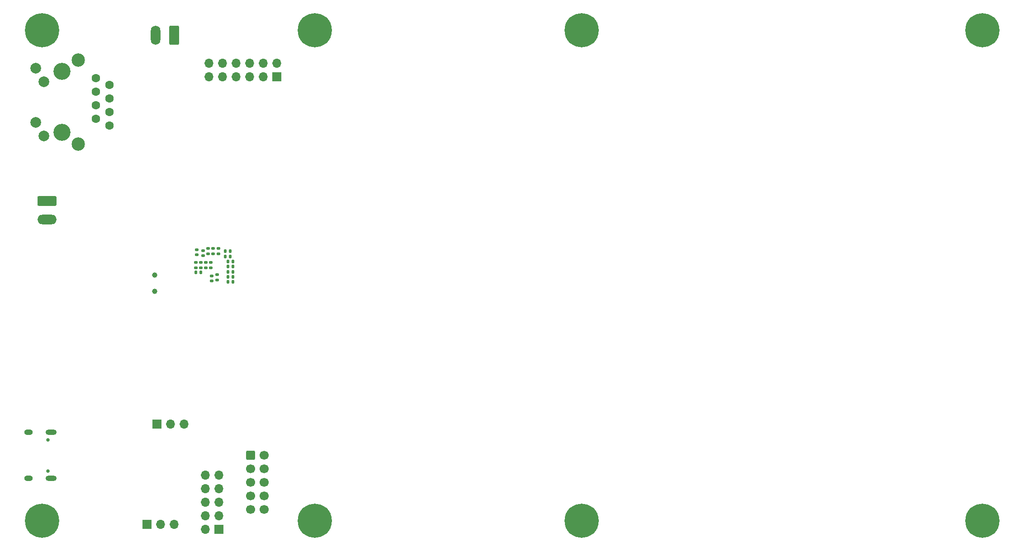
<source format=gbs>
G04 #@! TF.GenerationSoftware,KiCad,Pcbnew,8.0.5*
G04 #@! TF.CreationDate,2024-09-25T12:15:36+03:00*
G04 #@! TF.ProjectId,rioctrl-controller,72696f63-7472-46c2-9d63-6f6e74726f6c,rev?*
G04 #@! TF.SameCoordinates,Original*
G04 #@! TF.FileFunction,Soldermask,Bot*
G04 #@! TF.FilePolarity,Negative*
%FSLAX46Y46*%
G04 Gerber Fmt 4.6, Leading zero omitted, Abs format (unit mm)*
G04 Created by KiCad (PCBNEW 8.0.5) date 2024-09-25 12:15:36*
%MOMM*%
%LPD*%
G01*
G04 APERTURE LIST*
G04 Aperture macros list*
%AMRoundRect*
0 Rectangle with rounded corners*
0 $1 Rounding radius*
0 $2 $3 $4 $5 $6 $7 $8 $9 X,Y pos of 4 corners*
0 Add a 4 corners polygon primitive as box body*
4,1,4,$2,$3,$4,$5,$6,$7,$8,$9,$2,$3,0*
0 Add four circle primitives for the rounded corners*
1,1,$1+$1,$2,$3*
1,1,$1+$1,$4,$5*
1,1,$1+$1,$6,$7*
1,1,$1+$1,$8,$9*
0 Add four rect primitives between the rounded corners*
20,1,$1+$1,$2,$3,$4,$5,0*
20,1,$1+$1,$4,$5,$6,$7,0*
20,1,$1+$1,$6,$7,$8,$9,0*
20,1,$1+$1,$8,$9,$2,$3,0*%
G04 Aperture macros list end*
%ADD10C,0.800000*%
%ADD11C,6.400000*%
%ADD12R,1.700000X1.700000*%
%ADD13O,1.700000X1.700000*%
%ADD14RoundRect,0.250000X-0.600000X-0.600000X0.600000X-0.600000X0.600000X0.600000X-0.600000X0.600000X0*%
%ADD15C,1.700000*%
%ADD16C,0.650000*%
%ADD17O,2.100000X1.000000*%
%ADD18O,1.600000X1.000000*%
%ADD19C,3.200000*%
%ADD20C,1.600000*%
%ADD21C,2.500000*%
%ADD22C,2.000000*%
%ADD23RoundRect,0.250000X0.650000X1.550000X-0.650000X1.550000X-0.650000X-1.550000X0.650000X-1.550000X0*%
%ADD24O,1.800000X3.600000*%
%ADD25RoundRect,0.250000X-1.550000X0.650000X-1.550000X-0.650000X1.550000X-0.650000X1.550000X0.650000X0*%
%ADD26O,3.600000X1.800000*%
%ADD27RoundRect,0.140000X-0.140000X-0.170000X0.140000X-0.170000X0.140000X0.170000X-0.140000X0.170000X0*%
%ADD28RoundRect,0.140000X0.170000X-0.140000X0.170000X0.140000X-0.170000X0.140000X-0.170000X-0.140000X0*%
%ADD29RoundRect,0.140000X-0.170000X0.140000X-0.170000X-0.140000X0.170000X-0.140000X0.170000X0.140000X0*%
%ADD30RoundRect,0.140000X0.140000X0.170000X-0.140000X0.170000X-0.140000X-0.170000X0.140000X-0.170000X0*%
%ADD31C,1.000000*%
G04 APERTURE END LIST*
D10*
G04 #@! TO.C,H7*
X163000000Y-137400000D03*
X161302944Y-136697056D03*
X164697056Y-136697056D03*
X160600000Y-135000000D03*
D11*
X163000000Y-135000000D03*
D10*
X165400000Y-135000000D03*
X161302944Y-133302944D03*
X164697056Y-133302944D03*
X163000000Y-132600000D03*
G04 #@! TD*
D12*
G04 #@! TO.C,J2*
X83425000Y-116900000D03*
D13*
X85965000Y-116900000D03*
X88505000Y-116900000D03*
G04 #@! TD*
D12*
G04 #@! TO.C,J4*
X95025000Y-136575000D03*
D13*
X92485000Y-136575000D03*
X95025000Y-134035000D03*
X92485000Y-134035000D03*
X95025000Y-131495000D03*
X92485000Y-131495000D03*
X95025000Y-128955000D03*
X92485000Y-128955000D03*
X95025000Y-126415000D03*
X92485000Y-126415000D03*
G04 #@! TD*
D14*
G04 #@! TO.C,J8*
X100997500Y-122670000D03*
D15*
X103537500Y-122670000D03*
X100997500Y-125210000D03*
X103537500Y-125210000D03*
X100997500Y-127750000D03*
X103537500Y-127750000D03*
X100997500Y-130290000D03*
X103537500Y-130290000D03*
X100997500Y-132830000D03*
X103537500Y-132830000D03*
G04 #@! TD*
D16*
G04 #@! TO.C,J3*
X63100000Y-119860000D03*
X63100000Y-125640000D03*
D17*
X63630000Y-118430000D03*
D18*
X59450000Y-118430000D03*
D17*
X63630000Y-127070000D03*
D18*
X59450000Y-127070000D03*
G04 #@! TD*
D10*
G04 #@! TO.C,H3*
X62000000Y-45400000D03*
X60302944Y-44697056D03*
X63697056Y-44697056D03*
X59600000Y-43000000D03*
D11*
X62000000Y-43000000D03*
D10*
X64400000Y-43000000D03*
X60302944Y-41302944D03*
X63697056Y-41302944D03*
X62000000Y-40600000D03*
G04 #@! TD*
D19*
G04 #@! TO.C,J6*
X65696000Y-62215000D03*
X65696000Y-50785000D03*
D20*
X72046000Y-52055000D03*
X74586000Y-53325000D03*
X72046000Y-54595000D03*
X74586000Y-55865000D03*
X72046000Y-57135000D03*
X74586000Y-58405000D03*
X72046000Y-59675000D03*
D21*
X68744000Y-64374000D03*
D20*
X74586000Y-60945000D03*
D21*
X68744000Y-48626000D03*
D22*
X60793799Y-50175400D03*
X62317799Y-52715400D03*
X60793799Y-60284601D03*
X62317799Y-62824601D03*
G04 #@! TD*
D10*
G04 #@! TO.C,H6*
X238000000Y-45400000D03*
X236302944Y-44697056D03*
X239697056Y-44697056D03*
X235600000Y-43000000D03*
D11*
X238000000Y-43000000D03*
D10*
X240400000Y-43000000D03*
X236302944Y-41302944D03*
X239697056Y-41302944D03*
X238000000Y-40600000D03*
G04 #@! TD*
G04 #@! TO.C,H2*
X113000000Y-137400000D03*
X111302944Y-136697056D03*
X114697056Y-136697056D03*
X110600000Y-135000000D03*
D11*
X113000000Y-135000000D03*
D10*
X115400000Y-135000000D03*
X111302944Y-133302944D03*
X114697056Y-133302944D03*
X113000000Y-132600000D03*
G04 #@! TD*
G04 #@! TO.C,H5*
X238000000Y-137400000D03*
X236302944Y-136697056D03*
X239697056Y-136697056D03*
X235600000Y-135000000D03*
D11*
X238000000Y-135000000D03*
D10*
X240400000Y-135000000D03*
X236302944Y-133302944D03*
X239697056Y-133302944D03*
X238000000Y-132600000D03*
G04 #@! TD*
G04 #@! TO.C,H8*
X163000000Y-45400000D03*
X161302944Y-44697056D03*
X164697056Y-44697056D03*
X160600000Y-43000000D03*
D11*
X163000000Y-43000000D03*
D10*
X165400000Y-43000000D03*
X161302944Y-41302944D03*
X164697056Y-41302944D03*
X163000000Y-40600000D03*
G04 #@! TD*
D12*
G04 #@! TO.C,J10*
X105910000Y-51790000D03*
D13*
X105910000Y-49250000D03*
X103370000Y-51790000D03*
X103370000Y-49250000D03*
X100830000Y-51790000D03*
X100830000Y-49250000D03*
X98290000Y-51790000D03*
X98290000Y-49250000D03*
X95750000Y-51790000D03*
X95750000Y-49250000D03*
X93210000Y-51790000D03*
X93210000Y-49250000D03*
G04 #@! TD*
D10*
G04 #@! TO.C,H1*
X62000000Y-137400000D03*
X60302944Y-136697056D03*
X63697056Y-136697056D03*
X59600000Y-135000000D03*
D11*
X62000000Y-135000000D03*
D10*
X64400000Y-135000000D03*
X60302944Y-133302944D03*
X63697056Y-133302944D03*
X62000000Y-132600000D03*
G04 #@! TD*
G04 #@! TO.C,H4*
X113000000Y-45400000D03*
X111302944Y-44697056D03*
X114697056Y-44697056D03*
X110600000Y-43000000D03*
D11*
X113000000Y-43000000D03*
D10*
X115400000Y-43000000D03*
X111302944Y-41302944D03*
X114697056Y-41302944D03*
X113000000Y-40600000D03*
G04 #@! TD*
D23*
G04 #@! TO.C,J7*
X86695000Y-43932500D03*
D24*
X83195000Y-43932500D03*
G04 #@! TD*
D12*
G04 #@! TO.C,J5*
X81620000Y-135700000D03*
D13*
X84160000Y-135700000D03*
X86700000Y-135700000D03*
G04 #@! TD*
D25*
G04 #@! TO.C,J1*
X62932500Y-75055000D03*
D26*
X62932500Y-78555000D03*
G04 #@! TD*
D27*
G04 #@! TO.C,C63*
X96750000Y-86400000D03*
X97710000Y-86400000D03*
G04 #@! TD*
D28*
G04 #@! TO.C,C47*
X92100000Y-85280000D03*
X92100000Y-84320000D03*
G04 #@! TD*
G04 #@! TO.C,C59*
X94000000Y-84910000D03*
X94000000Y-83950000D03*
G04 #@! TD*
D29*
G04 #@! TO.C,C56*
X92650000Y-86600000D03*
X92650000Y-87560000D03*
G04 #@! TD*
D27*
G04 #@! TO.C,C60*
X96750000Y-87350000D03*
X97710000Y-87350000D03*
G04 #@! TD*
D30*
G04 #@! TO.C,C51*
X91680000Y-88450000D03*
X90720000Y-88450000D03*
G04 #@! TD*
D29*
G04 #@! TO.C,C57*
X91700000Y-86600000D03*
X91700000Y-87560000D03*
G04 #@! TD*
G04 #@! TO.C,C49*
X94700000Y-88870000D03*
X94700000Y-89830000D03*
G04 #@! TD*
D27*
G04 #@! TO.C,C64*
X96750000Y-89250000D03*
X97710000Y-89250000D03*
G04 #@! TD*
G04 #@! TO.C,C65*
X96750000Y-90200000D03*
X97710000Y-90200000D03*
G04 #@! TD*
D28*
G04 #@! TO.C,C58*
X93050000Y-84910000D03*
X93050000Y-83950000D03*
G04 #@! TD*
D31*
G04 #@! TO.C,TP11*
X83000000Y-92000000D03*
G04 #@! TD*
G04 #@! TO.C,TP10*
X83000000Y-88950000D03*
G04 #@! TD*
D29*
G04 #@! TO.C,C67*
X90750000Y-86590000D03*
X90750000Y-87550000D03*
G04 #@! TD*
D28*
G04 #@! TO.C,C48*
X94950000Y-84910000D03*
X94950000Y-83950000D03*
G04 #@! TD*
D27*
G04 #@! TO.C,C61*
X96740000Y-88300000D03*
X97700000Y-88300000D03*
G04 #@! TD*
D29*
G04 #@! TO.C,C50*
X93750000Y-89070000D03*
X93750000Y-90030000D03*
G04 #@! TD*
D27*
G04 #@! TO.C,C52*
X96250000Y-85450000D03*
X97210000Y-85450000D03*
G04 #@! TD*
D29*
G04 #@! TO.C,C66*
X93580000Y-86590000D03*
X93580000Y-87550000D03*
G04 #@! TD*
D28*
G04 #@! TO.C,C53*
X90950000Y-85130000D03*
X90950000Y-84170000D03*
G04 #@! TD*
D27*
G04 #@! TO.C,C62*
X96250000Y-84450000D03*
X97210000Y-84450000D03*
G04 #@! TD*
M02*

</source>
